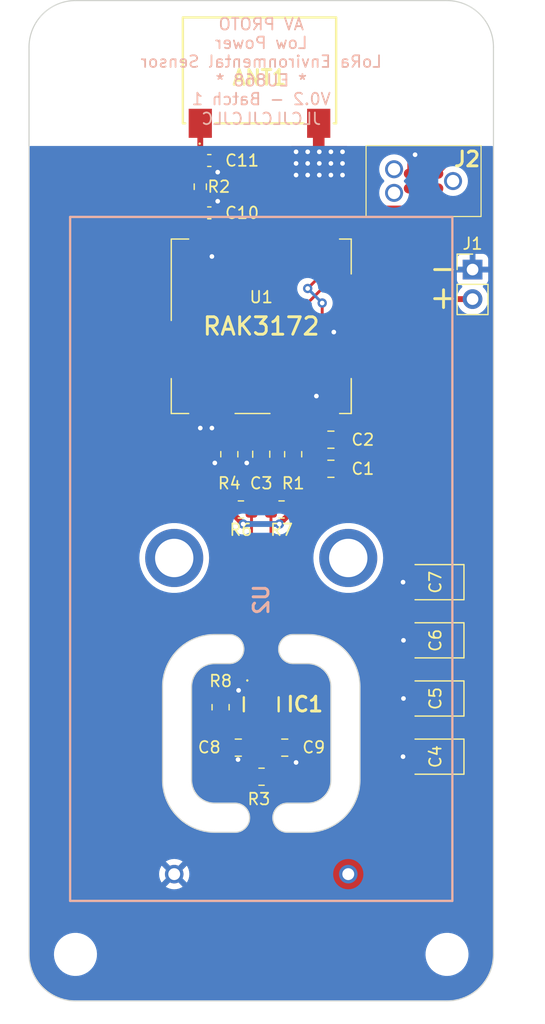
<source format=kicad_pcb>
(kicad_pcb (version 20221018) (generator pcbnew)
  (layers (0 "F.Cu" signal) (31 "B.Cu" signal) (34 "B.Paste" user) (35 "F.Paste" user) (36 "B.SilkS" user "B.Silkscreen") (37 "F.SilkS" user "F.Silkscreen") (38 "B.Mask" user) (39 "F.Mask" user) (44 "Edge.Cuts" user))
  (net 0 "")
  (net 1 "GND")
  (net 2 "RST")
  (net 12 "I2C_SDA")
  (net 13 "I2C_SCL")
  (net 14 "+BATT")
  (net 21 "SWDIO")
  (net 22 "SWCLK")
  (net 23 "RF")
  (net 24 "/BOOT")
  (net 26 "Net-(ANT1-RX{slash}TX)")
  (net 31 "/CSB")
  (net 32 "/SDO")
  (footprint "MountingHole:MountingHole_3.2mm_M3" (layer "F.Cu") (at 126 46)
    (fp_text reference "H2" hide)
    (fp_text value "MountingHole")
    (pad "" np_thru_hole circle (at 0 0) (size 3.2 3.2) (drill 3.2) (layers "*.Cu" "*.Mask"))
  )
  (footprint "Capacitor_Tantalum_SMD:CP_EIA-3528-15_AVX-H" (layer "F.Cu") (at 125 92 180)
    (fp_text reference "C7" (at 0 0 90) (layer "F.SilkS"))
    (fp_text value "330uF")
    (fp_line (start -2.46 -1.51) (end -2.46 1.51) (stroke (width 0.12)) (layer "F.SilkS"))
    (fp_line (start -2.46 1.51) (end 1.75 1.51) (stroke (width 0.12)) (layer "F.SilkS"))
    (fp_line (start 1.75 -1.51) (end -2.46 -1.51) (stroke (width 0.12)) (layer "F.SilkS"))
    (pad "1" smd roundrect (at -1.5375 0 180) (size 1.325 2.35) (layers "F.Cu" "F.Paste" "F.Mask") (roundrect_rratio 0.1886792453) (net 14 "+BATT"))
    (pad "2" smd roundrect (at 1.5375 0 180) (size 1.325 2.35) (layers "F.Cu" "F.Paste" "F.Mask") (roundrect_rratio 0.1886792453) (net 1 "GND"))
  )
  (footprint "Capacitor_Tantalum_SMD:CP_EIA-3528-15_AVX-H" (layer "F.Cu") (at 125 97 180)
    (fp_text reference "C6" (at 0 0 90) (layer "F.SilkS"))
    (fp_text value "330uF")
    (fp_line (start -2.46 -1.51) (end -2.46 1.51) (stroke (width 0.12)) (layer "F.SilkS"))
    (fp_line (start -2.46 1.51) (end 1.75 1.51) (stroke (width 0.12)) (layer "F.SilkS"))
    (fp_line (start 1.75 -1.51) (end -2.46 -1.51) (stroke (width 0.12)) (layer "F.SilkS"))
    (pad "1" smd roundrect (at -1.5375 0 180) (size 1.325 2.35) (layers "F.Cu" "F.Paste" "F.Mask") (roundrect_rratio 0.1886792453) (net 14 "+BATT"))
    (pad "2" smd roundrect (at 1.5375 0 180) (size 1.325 2.35) (layers "F.Cu" "F.Paste" "F.Mask") (roundrect_rratio 0.1886792453) (net 1 "GND"))
  )
  (footprint "Resistor_SMD:R_0805_2012Metric" (layer "F.Cu") (at 107.25 81 -90)
    (fp_text reference "R4" (at 2.5 0) (layer "F.SilkS"))
    (fp_text value "10k")
    (fp_line (start -0.227064 -0.735) (end 0.227064 -0.735) (stroke (width 0.12)) (layer "F.SilkS"))
    (fp_line (start -0.227064 0.735) (end 0.227064 0.735) (stroke (width 0.12)) (layer "F.SilkS"))
    (pad "1" smd roundrect (at -0.9125 0 270) (size 1.025 1.4) (layers "F.Cu" "F.Paste" "F.Mask") (roundrect_rratio 0.243902) (net 24 "/BOOT"))
    (pad "2" smd roundrect (at 0.9125 0 270) (size 1.025 1.4) (layers "F.Cu" "F.Paste" "F.Mask") (roundrect_rratio 0.243902) (net 1 "GND"))
  )
  (footprint "Resistor_SMD:R_0805_2012Metric" (layer "F.Cu") (at 106.5 102.75 90)
    (fp_text reference "R8" (at 2.25 0 180) (layer "F.SilkS"))
    (fp_text value "4k7")
    (fp_line (start -0.227064 -0.735) (end 0.227064 -0.735) (stroke (width 0.12)) (layer "F.SilkS"))
    (fp_line (start -0.227064 0.735) (end 0.227064 0.735) (stroke (width 0.12)) (layer "F.SilkS"))
    (pad "1" smd roundrect (at -0.9125 0 90) (size 1.025 1.4) (layers "F.Cu" "F.Paste" "F.Mask") (roundrect_rratio 0.243902) (net 14 "+BATT"))
    (pad "2" smd roundrect (at 0.9125 0 90) (size 1.025 1.4) (layers "F.Cu" "F.Paste" "F.Mask") (roundrect_rratio 0.243902) (net 31 "/CSB"))
  )
  (footprint "Capacitor_SMD:C_0603_1608Metric" (layer "F.Cu") (at 105.525 60.25)
    (fp_text reference "C10" (at 2.825 0) (layer "F.SilkS"))
    (fp_text value "100nF")
    (fp_line (start -0.14058 -0.51) (end 0.14058 -0.51) (stroke (width 0.12)) (layer "F.SilkS"))
    (fp_line (start -0.14058 0.51) (end 0.14058 0.51) (stroke (width 0.12)) (layer "F.SilkS"))
    (pad "1" smd roundrect (at -0.775 0) (size 0.9 0.95) (layers "F.Cu" "F.Paste" "F.Mask") (net 23 "RF"))
    (pad "2" smd roundrect (at 0.775 0) (size 0.9 0.95) (layers "F.Cu" "F.Paste" "F.Mask") (net 1 "GND"))
  )
  (footprint "SamacSys_Parts:ANT868uSP410" (layer "F.Cu") (at 109.85 48)
    (fp_text reference "ANT1" (at 0 0.625) (layer "F.SilkS") (effects (font (size 1.27 1.27) (thickness 0.254))))
    (fp_text value "ANT-868-uSP410" hide)
    (fp_line (start -6.6 -4.55) (end -6.6 4.55) (stroke (width 0.2)) (layer "F.SilkS"))
    (fp_line (start -6.6 4.55) (end -6.4 4.55) (stroke (width 0.2)) (layer "F.SilkS"))
    (fp_line (start -5.2 6.3) (end -5.2 6.3) (stroke (width 0.1)) (layer "F.SilkS"))
    (fp_line (start -5.1 6.3) (end -5.1 6.3) (stroke (width 0.1)) (layer "F.SilkS"))
    (fp_line (start -3.8 4.55) (end 3.8 4.55) (stroke (width 0.2)) (layer "F.SilkS"))
    (fp_line (start 6.4 4.55) (end 6.6 4.55) (stroke (width 0.2)) (layer "F.SilkS"))
    (fp_line (start 6.6 -4.55) (end -6.6 -4.55) (stroke (width 0.2)) (layer "F.SilkS"))
    (fp_line (start 6.6 4.55) (end 6.6 -4.55) (stroke (width 0.2)) (layer "F.SilkS"))
    (fp_arc (start -5.2 6.3) (mid -5.15 6.25) (end -5.1 6.3) (stroke (width 0.1)) (layer "F.SilkS"))
    (fp_arc (start -5.1 6.3) (mid -5.15 6.35) (end -5.2 6.3) (stroke (width 0.1)) (layer "F.SilkS"))
    (pad "1" smd rect (at -5.1 4.55) (size 2 2.5) (layers "F.Cu" "F.Paste" "F.Mask") (net 26 "Net-(ANT1-RX{slash}TX)"))
    (pad "2" smd rect (at 5.1 4.55) (size 2 2.5) (layers "F.Cu" "F.Paste" "F.Mask") (net 1 "GND"))
  )
  (footprint "Capacitor_SMD:C_0805_2012Metric" (layer "F.Cu") (at 116 79.75 180)
    (fp_text reference "C2" (at -2.75 0 180) (layer "F.SilkS"))
    (fp_text value "100nF")
    (fp_line (start -0.261252 -0.735) (end 0.261252 -0.735) (stroke (width 0.12)) (layer "F.SilkS"))
    (fp_line (start -0.261252 0.735) (end 0.261252 0.735) (stroke (width 0.12)) (layer "F.SilkS"))
    (pad "1" smd roundrect (at -0.95 0 180) (size 1 1.45) (layers "F.Cu" "F.Paste" "F.Mask") (net 14 "+BATT"))
    (pad "2" smd roundrect (at 0.95 0 180) (size 1 1.45) (layers "F.Cu" "F.Paste" "F.Mask") (net 1 "GND"))
  )
  (footprint "Resistor_SMD:R_0805_2012Metric" (layer "F.Cu") (at 112.75 81 90)
    (fp_text reference "R1" (at -2.5 0 180) (layer "F.SilkS"))
    (fp_text value "10k")
    (fp_line (start -0.227064 -0.735) (end 0.227064 -0.735) (stroke (width 0.12)) (layer "F.SilkS"))
    (fp_line (start -0.227064 0.735) (end 0.227064 0.735) (stroke (width 0.12)) (layer "F.SilkS"))
    (pad "1" smd roundrect (at -0.9125 0 90) (size 1.025 1.4) (layers "F.Cu" "F.Paste" "F.Mask") (roundrect_rratio 0.243902) (net 14 "+BATT"))
    (pad "2" smd roundrect (at 0.9125 0 90) (size 1.025 1.4) (layers "F.Cu" "F.Paste" "F.Mask") (roundrect_rratio 0.243902) (net 2 "RST"))
  )
  (footprint "SamacSys_Parts:TC2030IDCNL" (layer "F.Cu") (at 123.98 57.516 180)
    (fp_text reference "J2" (at -3.75 1.885 180) (layer "F.SilkS") (effects (font (size 1.27 1.27) (thickness 0.254))))
    (fp_text value "TC2030-IDC-NL" hide)
    (fp_line (start -4.953 -3.048) (end 4.953 -3.048) (stroke (width 0.1)) (layer "F.SilkS"))
    (fp_line (start -4.953 3.048) (end -4.953 -3.048) (stroke (width 0.1)) (layer "F.SilkS"))
    (fp_line (start 4.953 -3.048) (end 4.953 3.048) (stroke (width 0.1)) (layer "F.SilkS"))
    (fp_line (start 4.953 3.048) (end -4.953 3.048) (stroke (width 0.1)) (layer "F.SilkS"))
    (pad "1" smd circle (at -1.27 0.635 270) (size 0.863 0.863) (layers "F.Cu" "F.Paste" "F.Mask") (net 14 "+BATT"))
    (pad "2" smd circle (at -1.27 -0.635 270) (size 0.863 0.863) (layers "F.Cu" "F.Paste" "F.Mask") (net 21 "SWDIO"))
    (pad "3" smd circle (at 0 0.635 270) (size 0.863 0.863) (layers "F.Cu" "F.Paste" "F.Mask") (net 2 "RST"))
    (pad "4" smd circle (at 0 -0.635 270) (size 0.863 0.863) (layers "F.Cu" "F.Paste" "F.Mask") (net 22 "SWCLK"))
    (pad "5" smd circle (at 1.27 0.635 270) (size 0.863 0.863) (layers "F.Cu" "F.Paste" "F.Mask") (net 1 "GND"))
    (pad "6" smd circle (at 1.27 -0.635 270) (size 0.863 0.863) (layers "F.Cu" "F.Paste" "F.Mask"))
    (pad "7" thru_hole circle (at -2.54 0 180) (size 1.55 1.55) (drill 1.067) (layers "*.Cu" "*.Mask"))
    (pad "8" thru_hole circle (at 2.54 1.016 180) (size 1.55 1.55) (drill 1.067) (layers "*.Cu" "*.Mask"))
    (pad "9" thru_hole circle (at 2.54 -1.016 180) (size 1.55 1.55) (drill 1.067) (layers "*.Cu" "*.Mask"))
  )
  (footprint "Connector_PinHeader_2.54mm:PinHeader_1x02_P2.54mm_Vertical" (layer "F.Cu") (at 128.2 65.125)
    (fp_text reference "J1" (at 0 -2.225) (layer "F.SilkS"))
    (fp_text value "Conn_01x02_Pin")
    (fp_line (start -1.33 -1.33) (end 0 -1.33) (stroke (width 0.12)) (layer "F.SilkS"))
    (fp_line (start -1.33 0) (end -1.33 -1.33) (stroke (width 0.12)) (layer "F.SilkS"))
    (fp_line (start -1.33 1.27) (end -1.33 3.87) (stroke (width 0.12)) (layer "F.SilkS"))
    (fp_line (start -1.33 1.27) (end 1.33 1.27) (stroke (width 0.12)) (layer "F.SilkS"))
    (fp_line (start -1.33 3.87) (end 1.33 3.87) (stroke (width 0.12)) (layer "F.SilkS"))
    (fp_line (start 1.33 1.27) (end 1.33 3.87) (stroke (width 0.12)) (layer "F.SilkS"))
    (pad "1" thru_hole rect (at 0 0) (size 1.7 1.7) (drill 1) (layers "*.Cu" "*.Mask") (net 1 "GND"))
    (pad "2" thru_hole oval (at 0 2.54) (size 1.7 1.7) (drill 1) (layers "*.Cu" "*.Mask") (net 14 "+BATT"))
  )
  (footprint "Resistor_SMD:R_0603_1608Metric" (layer "F.Cu") (at 104.75 58 90)
    (fp_text reference "R2" (at 0 1.6 180) (layer "F.SilkS"))
    (fp_text value "0")
    (fp_line (start -0.237258 -0.5225) (end 0.237258 -0.5225) (stroke (width 0.12)) (layer "F.SilkS"))
    (fp_line (start -0.237258 0.5225) (end 0.237258 0.5225) (stroke (width 0.12)) (layer "F.SilkS"))
    (pad "1" smd roundrect (at -0.825 0 90) (size 0.8 0.95) (layers "F.Cu" "F.Paste" "F.Mask") (net 23 "RF"))
    (pad "2" smd roundrect (at 0.825 0 90) (size 0.8 0.95) (layers "F.Cu" "F.Paste" "F.Mask") (net 26 "Net-(ANT1-RX{slash}TX)"))
  )
  (footprint "Capacitor_SMD:C_0603_1608Metric" (layer "F.Cu") (at 105.525 55.75)
    (fp_text reference "C11" (at 2.825 0) (layer "F.SilkS"))
    (fp_text value "100nF")
    (fp_line (start -0.14058 -0.51) (end 0.14058 -0.51) (stroke (width 0.12)) (layer "F.SilkS"))
    (fp_line (start -0.14058 0.51) (end 0.14058 0.51) (stroke (width 0.12)) (layer "F.SilkS"))
    (pad "1" smd roundrect (at -0.775 0) (size 0.9 0.95) (layers "F.Cu" "F.Paste" "F.Mask") (net 26 "Net-(ANT1-RX{slash}TX)"))
    (pad "2" smd roundrect (at 0.775 0) (size 0.9 0.95) (layers "F.Cu" "F.Paste" "F.Mask") (net 1 "GND"))
  )
  (footprint "MountingHole:MountingHole_3.2mm_M3" (layer "F.Cu") (at 94 46)
    (fp_text reference "H1" hide)
    (fp_text value "MountingHole")
    (pad "" np_thru_hole circle (at 0 0) (size 3.2 3.2) (drill 3.2) (layers "*.Cu" "*.Mask"))
  )
  (footprint "Resistor_SMD:R_0805_2012Metric" (layer "F.Cu") (at 108.25 85.75)
    (fp_text reference "R6" (at 0 1.75) (layer "F.SilkS"))
    (fp_text value "4k7")
    (fp_line (start -0.227064 -0.735) (end 0.227064 -0.735) (stroke (width 0.12)) (layer "F.SilkS"))
    (fp_line (start -0.227064 0.735) (end 0.227064 0.735) (stroke (width 0.12)) (layer "F.SilkS"))
    (pad "1" smd roundrect (at -0.9125 0) (size 1.025 1.4) (layers "F.Cu" "F.Paste" "F.Mask") (roundrect_rratio 0.243902) (net 14 "+BATT"))
    (pad "2" smd roundrect (at 0.9125 0) (size 1.025 1.4) (layers "F.Cu" "F.Paste" "F.Mask") (roundrect_rratio 0.243902) (net 12 "I2C_SDA"))
  )
  (footprint "SamacSys_Parts:BME688" (layer "F.Cu") (at 110 102.5 90)
    (fp_text reference "IC1" (at 0 3.75 180) (layer "F.SilkS") (effects (font (size 1.27 1.27) (thickness 0.254))))
    (fp_text value "BME688" hide)
    (fp_line (start -0.6 -1.5) (end 0.6 -1.5) (stroke (width 0.2)) (layer "F.SilkS"))
    (fp_line (start -0.6 1.5) (end 0.6 1.5) (stroke (width 0.2)) (layer "F.SilkS"))
    (fp_line (start 2 -1.2) (end 2 -1.2) (stroke (width 0.1)) (layer "F.SilkS"))
    (fp_line (start 2.1 -1.2) (end 2.1 -1.2) (stroke (width 0.1)) (layer "F.SilkS"))
    (fp_arc (start 2 -1.2) (mid 2.05 -1.25) (end 2.1 -1.2) (stroke (width 0.1)) (layer "F.SilkS"))
    (fp_arc (start 2.1 -1.2) (mid 2.05 -1.15) (end 2 -1.2) (stroke (width 0.1)) (layer "F.SilkS"))
    (pad "1" smd rect (at 1.2 -1.2 180) (size 0.4 0.4) (layers "F.Cu" "F.Paste" "F.Mask") (net 1 "GND"))
    (pad "2" smd rect (at 1.2 -0.4 180) (size 0.4 0.4) (layers "F.Cu" "F.Paste" "F.Mask") (net 31 "/CSB"))
    (pad "3" smd rect (at 1.2 0.4 180) (size 0.4 0.4) (layers "F.Cu" "F.Paste" "F.Mask") (net 12 "I2C_SDA"))
    (pad "4" smd rect (at 1.2 1.2 180) (size 0.4 0.4) (layers "F.Cu" "F.Paste" "F.Mask") (net 13 "I2C_SCL"))
    (pad "5" smd rect (at -1.2 1.2 180) (size 0.4 0.4) (layers "F.Cu" "F.Paste" "F.Mask") (net 32 "/SDO"))
    (pad "6" smd rect (at -1.2 0.4 180) (size 0.4 0.4) (layers "F.Cu" "F.Paste" "F.Mask") (net 14 "+BATT"))
    (pad "7" smd rect (at -1.2 -0.4 180) (size 0.4 0.4) (layers "F.Cu" "F.Paste" "F.Mask") (net 1 "GND"))
    (pad "8" smd rect (at -1.2 -1.2 180) (size 0.4 0.4) (layers "F.Cu" "F.Paste" "F.Mask") (net 14 "+BATT"))
  )
  (footprint "Resistor_SMD:R_0805_2012Metric" (layer "F.Cu") (at 110.025 108.725)
    (fp_text reference "R3" (at -0.225 1.925) (layer "F.SilkS"))
    (fp_text value "4k7")
    (fp_line (start -0.227064 -0.735) (end 0.227064 -0.735) (stroke (width 0.12)) (layer "F.SilkS"))
    (fp_line (start -0.227064 0.735) (end 0.227064 0.735) (stroke (width 0.12)) (layer "F.SilkS"))
    (pad "1" smd roundrect (at -0.9125 0) (size 1.025 1.4) (layers "F.Cu" "F.Paste" "F.Mask") (roundrect_rratio 0.243902) (net 14 "+BATT"))
    (pad "2" smd roundrect (at 0.9125 0) (size 1.025 1.4) (layers "F.Cu" "F.Paste" "F.Mask") (roundrect_rratio 0.243902) (net 32 "/SDO"))
  )
  (footprint "Capacitor_Tantalum_SMD:CP_EIA-3528-15_AVX-H" (layer "F.Cu") (at 125 107 180)
    (fp_text reference "C4" (at 0 0 90) (layer "F.SilkS"))
    (fp_text value "330uF")
    (fp_line (start -2.46 -1.51) (end -2.46 1.51) (stroke (width 0.12)) (layer "F.SilkS"))
    (fp_line (start -2.46 1.51) (end 1.75 1.51) (stroke (width 0.12)) (layer "F.SilkS"))
    (fp_line (start 1.75 -1.51) (end -2.46 -1.51) (stroke (width 0.12)) (layer "F.SilkS"))
    (pad "1" smd roundrect (at -1.5375 0 180) (size 1.325 2.35) (layers "F.Cu" "F.Paste" "F.Mask") (roundrect_rratio 0.1886792453) (net 14 "+BATT"))
    (pad "2" smd roundrect (at 1.5375 0 180) (size 1.325 2.35) (layers "F.Cu" "F.Paste" "F.Mask") (roundrect_rratio 0.1886792453) (net 1 "GND"))
  )
  (footprint "Resistor_SMD:R_0805_2012Metric" (layer "F.Cu") (at 111.75 85.75 180)
    (fp_text reference "R7" (at 0 -1.75 180) (layer "F.SilkS"))
    (fp_text value "4k7")
    (fp_line (start -0.227064 -0.735) (end 0.227064 -0.735) (stroke (width 0.12)) (layer "F.SilkS"))
    (fp_line (start -0.227064 0.735) (end 0.227064 0.735) (stroke (width 0.12)) (layer "F.SilkS"))
    (pad "1" smd roundrect (at -0.9125 0 180) (size 1.025 1.4) (layers "F.Cu" "F.Paste" "F.Mask") (roundrect_rratio 0.243902) (net 14 "+BATT"))
    (pad "2" smd roundrect (at 0.9125 0 180) (size 1.025 1.4) (layers "F.Cu" "F.Paste" "F.Mask") (roundrect_rratio 0.243902) (net 13 "I2C_SCL"))
  )
  (footprint "Capacitor_SMD:C_0805_2012Metric" (layer "F.Cu") (at 116 82.25 180)
    (fp_text reference "C1" (at -2.75 0 180) (layer "F.SilkS"))
    (fp_text value "10uF")
    (fp_line (start -0.261252 -0.735) (end 0.261252 -0.735) (stroke (width 0.12)) (layer "F.SilkS"))
    (fp_line (start -0.261252 0.735) (end 0.261252 0.735) (stroke (width 0.12)) (layer "F.SilkS"))
    (pad "1" smd roundrect (at -0.95 0 180) (size 1 1.45) (layers "F.Cu" "F.Paste" "F.Mask") (net 14 "+BATT"))
    (pad "2" smd roundrect (at 0.95 0 180) (size 1 1.45) (layers "F.Cu" "F.Paste" "F.Mask") (net 1 "GND"))
  )
  (footprint "MountingHole:MountingHole_3.2mm_M3" (layer "F.Cu") (at 94 124)
    (fp_text reference "H3" hide)
    (fp_text value "MountingHole")
    (pad "" np_thru_hole circle (at 0 0) (size 3.2 3.2) (drill 3.2) (layers "*.Cu" "*.Mask"))
  )
  (footprint "MountingHole:MountingHole_3.2mm_M3" (layer "F.Cu") (at 126 124)
    (fp_text reference "H4" hide)
    (fp_text value "MountingHole")
    (pad "" np_thru_hole circle (at 0 0) (size 3.2 3.2) (drill 3.2) (layers "*.Cu" "*.Mask"))
  )
  (footprint "Capacitor_SMD:C_0805_2012Metric" (layer "F.Cu") (at 112.025 106.225)
    (fp_text reference "C9" (at 2.5 -0.025) (layer "F.SilkS"))
    (fp_text value "100nF")
    (fp_line (start -0.261252 -0.735) (end 0.261252 -0.735) (stroke (width 0.12)) (layer "F.SilkS"))
    (fp_line (start -0.261252 0.735) (end 0.261252 0.735) (stroke (width 0.12)) (layer "F.SilkS"))
    (pad "1" smd roundrect (at -0.95 0) (size 1 1.45) (layers "F.Cu" "F.Paste" "F.Mask") (net 14 "+BATT"))
    (pad "2" smd roundrect (at 0.95 0) (size 1 1.45) (layers "F.Cu" "F.Paste" "F.Mask") (net 1 "GND"))
  )
  (footprint "SamacSys_Parts:RAK3172_MODULE" (layer "F.Cu") (at 110 70)
    (fp_text reference "U1" (at 0 -2.5 unlocked) (layer "F.SilkS"))
    (fp_text value "RAK3172_MODULE")
    (fp_text user "RAK3172" (at 0 0 unlocked) (layer "F.SilkS") (effects (font (size 1.5 1.5) (thickness 0.25) bold)))
    (fp_line (start -7.75 -7.5) (end -7.75 -0.5) (stroke (width 0.12)) (layer "F.SilkS"))
    (fp_line (start -7.75 -7.5) (end -6.25 -7.5) (stroke (width 0.12)) (layer "F.SilkS"))
    (fp_line (start -7.75 7.5) (end -7.75 4.5) (stroke (width 0.12)) (layer "F.SilkS"))
    (fp_line (start -7.75 7.5) (end -6.25 7.5) (stroke (width 0.12)) (layer "F.SilkS"))
    (fp_line (start -2.25 7.5) (end 0.75 7.5) (stroke (width 0.12)) (layer "F.SilkS"))
    (fp_line (start 6.75 -7.5) (end 7.75 -7.5) (stroke (width 0.12)) (layer "F.SilkS"))
    (fp_line (start 7.75 -7.5) (end 6.75 -7.5) (stroke (width 0.12)) (layer "F.SilkS"))
    (fp_line (start 7.75 -7.5) (end 7.75 -4.5) (stroke (width 0.12)) (layer "F.SilkS"))
    (fp_line (start 7.75 4.5) (end 7.75 7.5) (stroke (width 0.12)) (layer "F.SilkS"))
    (fp_line (start 7.75 7.5) (end 6.75 7.5) (stroke (width 0.12)) (layer "F.SilkS"))
    (fp_line (start 7.75 7.5) (end 7.75 4.5) (stroke (width 0.12)) (layer "F.SilkS"))
    (pad "1" smd rect (at 5.75 -7.4) (size 0.7 1.8) (layers "F.Cu" "F.Paste" "F.Mask"))
    (pad "2" smd rect (at 4.75 -7.4) (size 0.7 1.8) (layers "F.Cu" "F.Paste" "F.Mask"))
    (pad "3" smd rect (at 3.75 -7.4) (size 0.7 1.8) (layers "F.Cu" "F.Paste" "F.Mask"))
    (pad "4" smd rect (at 2.75 -7.4) (size 0.7 1.8) (layers "F.Cu" "F.Paste" "F.Mask"))
    (pad "5" smd rect (at 1.75 -7.4) (size 0.7 1.8) (layers "F.Cu" "F.Paste" "F.Mask"))
    (pad "6" smd rect (at 0.75 -7.4) (size 0.7 1.8) (layers "F.Cu" "F.Paste" "F.Mask"))
    (pad "7" smd rect (at -0.25 -7.4) (size 0.7 1.8) (layers "F.Cu" "F.Paste" "F.Mask") (net 21 "SWDIO"))
    (pad "8" smd rect (at -1.25 -7.4) (size 0.7 1.8) (layers "F.Cu" "F.Paste" "F.Mask") (net 22 "SWCLK"))
    (pad "9" smd rect (at -2.25 -7.4) (size 0.7 1.8) (layers "F.Cu" "F.Paste" "F.Mask") (net 13 "I2C_SCL"))
    (pad "10" smd rect (at -3.25 -7.4) (size 0.7 1.8) (layers "F.Cu" "F.Paste" "F.Mask") (net 12 "I2C_SDA"))
    (pad "11" smd rect (at -4.25 -7.4) (size 0.7 1.8) (layers "F.Cu" "F.Paste" "F.Mask") (net 1 "GND"))
    (pad "12" smd rect (at -5.25 -7.4) (size 0.7 1.8) (layers "F.Cu" "F.Paste" "F.Mask") (net 23 "RF"))
    (pad "13" smd rect (at -7.65 0.5 90) (size 0.7 1.8) (layers "F.Cu" "F.Paste" "F.Mask"))
    (pad "14" smd rect (at -7.65 1.5 90) (size 0.7 1.8) (layers "F.Cu" "F.Paste" "F.Mask"))
    (pad "15" smd rect (at -7.65 2.5 90) (size 0.7 1.8) (layers "F.Cu" "F.Paste" "F.Mask"))
    (pad "16" smd rect (at -7.65 3.5 90) (size 0.7 1.8) (layers "F.Cu" "F.Paste" "F.Mask"))
    (pad "17" smd rect (at -5.25 7.4 180) (size 0.7 1.8) (layers "F.Cu" "F.Paste" "F.Mask") (net 1 "GND"))
    (pad "18" smd rect (at -4.25 7.4 180) (size 0.7 1.8) (layers "F.Cu" "F.Paste" "F.Mask") (net 1 "GND"))
    (pad "19" smd rect (at -3.25 7.4 180) (size 0.7 1.8) (layers "F.Cu" "F.Paste" "F.Mask"))
    (pad "20" smd rect (at 1.75 7.4 180) (size 0.7 1.8) (layers "F.Cu" "F.Paste" "F.Mask"))
    (pad "21" smd rect (at 2.75 7.4 180) (size 0.7 1.8) (layers "F.Cu" "F.Paste" "F.Mask") (net 24 "/BOOT"))
    (pad "22" smd rect (at 3.75 7.4 180) (size 0.7 1.8) (layers "F.Cu" "F.Paste" "F.Mask") (net 2 "RST"))
    (pad "23" smd rect (at 4.75 7.4 180) (size 0.7 1.8) (layers "F.Cu" "F.Paste" "F.Mask") (net 1 "GND"))
    (pad "24" smd rect (at 5.75 7.4 180) (size 0.7 1.8) (layers "F.Cu" "F.Paste" "F.Mask") (net 14 "+BATT"))
    (pad "25" smd rect (at 7.65 3.5 270) (size 0.7 1.8) (layers "F.Cu" "F.Paste" "F.Mask"))
    (pad "26" smd rect (at 7.65 2.5 270) (size 0.7 1.8) (layers "F.Cu" "F.Paste" "F.Mask"))
    (pad "27" smd rect (at 7.65 1.5 270) (size 0.7 1.8) (layers "F.Cu" "F.Paste" "F.Mask"))
    (pad "28" smd rect (at 7.65 0.5 270) (size 0.7 1.8) (layers "F.Cu" "F.Paste" "F.Mask") (net 1 "GND"))
    (pad "29" smd rect (at 7.65 -0.5 270) (size 0.7 1.8) (layers "F.Cu" "F.Paste" "F.Mask"))
    (pad "30" smd rect (at 7.65 -1.5 270) (size 0.7 1.8) (layers "F.Cu" "F.Paste" "F.Mask"))
    (pad "31" smd rect (at 7.65 -2.5 270) (size 0.7 1.8) (layers "F.Cu" "F.Paste" "F.Mask"))
    (pad "32" smd rect (at 7.65 -3.5 270) (size 0.7 1.8) (layers "F.Cu" "F.Paste" "F.Mask"))
  )
  (footprint "Capacitor_SMD:C_0805_2012Metric" (layer "F.Cu") (at 110 81 -90)
    (fp_text reference "C3" (at 2.5 0) (layer "F.SilkS"))
    (fp_text value "100nF")
    (fp_line (start -0.261252 -0.735) (end 0.261252 -0.735) (stroke (width 0.12)) (layer "F.SilkS"))
    (fp_line (start -0.261252 0.735) (end 0.261252 0.735) (stroke (width 0.12)) (layer "F.SilkS"))
    (pad "1" smd roundrect (at -0.95 0 270) (size 1 1.45) (layers "F.Cu" "F.Paste" "F.Mask") (net 2 "RST"))
    (pad "2" smd roundrect (at 0.95 0 270) (size 1 1.45) (layers "F.Cu" "F.Paste" "F.Mask") (net 1 "GND"))
  )
  (footprint "Capacitor_SMD:C_0805_2012Metric" (layer "F.Cu") (at 108.025 106.225)
    (fp_text reference "C8" (at -2.5 -0.025) (layer "F.SilkS"))
    (fp_text value "100nF")
    (fp_line (start -0.261252 -0.735) (end 0.261252 -0.735) (stroke (width 0.12)) (layer "F.SilkS"))
    (fp_line (start -0.261252 0.735) (end 0.261252 0.735) (stroke (width 0.12)) (layer "F.SilkS"))
    (pad "1" smd roundrect (at -0.95 0) (size 1 1.45) (layers "F.Cu" "F.Paste" "F.Mask") (net 14 "+BATT"))
    (pad "2" smd roundrect (at 0.95 0) (size 1 1.45) (layers "F.Cu" "F.Paste" "F.Mask") (net 1 "GND"))
  )
  (footprint "Capacitor_Tantalum_SMD:CP_EIA-3528-15_AVX-H" (layer "F.Cu") (at 125 102 180)
    (fp_text reference "C5" (at 0 0 90) (layer "F.SilkS"))
    (fp_text value "330uF")
    (fp_line (start -2.46 -1.51) (end -2.46 1.51) (stroke (width 0.12)) (layer "F.SilkS"))
    (fp_line (start -2.46 1.51) (end 1.75 1.51) (stroke (width 0.12)) (layer "F.SilkS"))
    (fp_line (start 1.75 -1.51) (end -2.46 -1.51) (stroke (width 0.12)) (layer "F.SilkS"))
    (pad "1" smd roundrect (at -1.5375 0 180) (size 1.325 2.35) (layers "F.Cu" "F.Paste" "F.Mask") (roundrect_rratio 0.1886792453) (net 14 "+BATT"))
    (pad "2" smd roundrect (at 1.5375 0 180) (size 1.325 2.35) (layers "F.Cu" "F.Paste" "F.Mask") (roundrect_rratio 0.1886792453) (net 1 "GND"))
  )
  (footprint "SamacSys_Parts:2462" (layer "B.Cu") (at 117.495 117.1 -90)
    (fp_text reference "U2" (at -23.6 7.495 90) (layer "B.SilkS") (effects (font (size 1.27 1.27) (thickness 0.254)) (justify mirror)))
    (fp_text value "2462" hide)
    (fp_line (start -56.5 -8.965) (end -56.5 23.955) (stroke (width 0.2)) (layer "B.SilkS"))
    (fp_line (start -56.5 23.955) (end 2.3 23.955) (stroke (width 0.2)) (layer "B.SilkS"))
    (fp_line (start 2.3 -8.965) (end -56.5 -8.965) (stroke (width 0.2)) (layer "B.SilkS"))
    (fp_line (start 2.3 23.955) (end 2.3 -8.965) (stroke (width 0.2)) (layer "B.SilkS"))
    (pad "1" thru_hole circle locked (at 0 0 270) (size 1.6 1.6) (drill 1.02) (layers "*.Cu" "*.Mask") (net 14 "+BATT"))
    (pad "2" thru_hole circle locked (at 0 14.99 270) (size 1.6 1.6) (drill 1.02) (layers "*.Cu" "*.Mask") (net 1 "GND"))
    (pad "3" thru_hole circle locked (at -27.18 14.99 270) (size 5 5) (drill 3.3) (layers "*.Cu" "*.Mask"))
    (pad "4" thru_hole circle locked (at -27.18 0 270) (size 5 5) (drill 3.3) (layers "*.Cu" "*.Mask"))
  )
  (gr_arc (start 114 96.5) (mid 117.181981 97.818019) (end 118.5 101) (stroke (width 0.1)) (layer "Edge.Cuts"))
  (gr_line (start 112.25 113.5) (end 114 113.5) (stroke (width 0.1)) (layer "Edge.Cuts"))
  (gr_line (start 116 101) (end 116 109) (stroke (width 0.1)) (layer "Edge.Cuts"))
  (gr_line (start 114 111) (end 112.25 111) (stroke (width 0.1)) (layer "Edge.Cuts"))
  (gr_line (start 107.25 99) (end 106 99) (stroke (width 0.1)) (layer "Edge.Cuts"))
  (gr_arc (start 90 46) (mid 91.171573 43.171573) (end 94 42) (stroke (width 0.1)) (layer "Edge.Cuts"))
  (gr_line (start 101.5 109) (end 101.5 101) (stroke (width 0.1)) (layer "Edge.Cuts"))
  (gr_line (start 90 124) (end 90 46) (stroke (width 0.1)) (layer "Edge.Cuts"))
  (gr_line (start 130 46) (end 130 124) (stroke (width 0.1)) (layer "Edge.Cuts"))
  (gr_arc (start 106 111) (mid 104.585786 110.414214) (end 104 109) (stroke (width 0.1)) (layer "Edge.Cuts"))
  (gr_arc (start 94 128) (mid 91.171573 126.828427) (end 90 124) (stroke (width 0.1)) (layer "Edge.Cuts"))
  (gr_arc (start 114 99) (mid 115.414214 99.585786) (end 116 101) (stroke (width 0.1)) (layer "Edge.Cuts"))
  (gr_line (start 118.5 101) (end 118.5 109) (stroke (width 0.1)) (layer "Edge.Cuts"))
  (gr_line (start 94 42) (end 126 42) (stroke (width 0.1)) (layer "Edge.Cuts"))
  (gr_arc (start 112.25 113.5) (mid 111 112.25) (end 112.25 111) (stroke (width 0.1)) (layer "Edge.Cuts"))
  (gr_arc (start 106 113.5) (mid 102.818019 112.181981) (end 101.5 109) (stroke (width 0.1)) (layer "Edge.Cuts"))
  (gr_line (start 106 111) (end 107.75 111) (stroke (width 0.1)) (layer "Edge.Cuts"))
  (gr_line (start 112.75 99) (end 114 99) (stroke (width 0.1)) (layer "Edge.Cuts"))
  (gr_line (start 112.75 96.5) (end 114 96.5) (stroke (width 0.1)) (layer "Edge.Cuts"))
  (gr_arc (start 130 124) (mid 128.828427 126.828427) (end 126 128) (stroke (width 0.1)) (layer "Edge.Cuts"))
  (gr_line (start 126 128) (end 94 128) (stroke (width 0.1)) (layer "Edge.Cuts"))
  (gr_arc (start 118.5 109) (mid 117.181981 112.181981) (end 114 113.5) (stroke (width 0.1)) (layer "Edge.Cuts"))
  (gr_arc (start 107.25 96.5) (mid 108.5 97.75) (end 107.25 99) (stroke (width 0.1)) (layer "Edge.Cuts"))
  (gr_arc (start 112.75 99) (mid 111.5 97.75) (end 112.75 96.5) (stroke (width 0.1)) (layer "Edge.Cuts"))
  (gr_arc (start 116 109) (mid 115.414214 110.414214) (end 114 111) (stroke (width 0.1)) (layer "Edge.Cuts"))
  (gr_arc (start 101.5 101) (mid 102.818019 97.818019) (end 106 96.5) (stroke (width 0.1)) (layer "Edge.Cuts"))
  (gr_line (start 106 96.5) (end 107.25 96.5) (stroke (width 0.1)) (layer "Edge.Cuts"))
  (gr_arc (start 107.75 111) (mid 109 112.25) (end 107.75 113.5) (stroke (width 0.1)) (layer "Edge.Cuts"))
  (gr_line (start 107.75 113.5) (end 106 113.5) (stroke (width 0.1)) (layer "Edge.Cuts"))
  (gr_line (start 104 101) (end 104 109) (stroke (width 0.1)) (layer "Edge.Cuts"))
  (gr_arc (start 104 101) (mid 104.585786 99.585786) (end 106 99) (stroke (width 0.1)) (layer "Edge.Cuts"))
  (gr_arc (start 126 42) (mid 128.828427 43.171573) (end 130 46) (stroke (width 0.1)) (layer "Edge.Cuts"))
  (gr_text "JLCJLCJLCJLC" (at 110 52.75) (layer "B.SilkS") (effects (font (size 1 1)) (justify bottom mirror)))
  (gr_text "AV PROTO\nLow Power\nLoRa Environmental Sensor\n* EU868 *\nV0.2 - Batch 1" (at 110 47.25) (layer "B.SilkS") (effects (font (size 1 1)) (justify mirror)))
  (gr_text "+" (at 125.7 67.475) (layer "F.SilkS") (effects (font (size 2 2) (thickness 0.25))))
  (gr_text "-" (at 125.7 64.975) (layer "F.SilkS") (effects (font (size 2 2) (thickness 0.25))))
  (segment (start 110 81.95) (end 108.95 81.95) (width 1) (layer "F.Cu") (net 1))
  (segment (start 106.3 56.7) (end 106.25 56.75) (width 0.5) (layer "F.Cu") (net 1))
  (segment (start 106.3 59.3) (end 106.25 59.25) (width 0.5) (layer "F.Cu") (net 1))
  (segment (start 115.05 82.25) (end 115.05 79.75) (width 1) (layer "F.Cu") (net 1))
  (segment (start 108.975 105.025) (end 108.975 106.225) (width 0.5) (layer "F.Cu") (net 1))
  (segment (start 123.4625 92) (end 122.2125 92) (width 1) (layer "F.Cu") (net 1))
  (segment (start 105.75 77.4) (end 105.75 78.75) (width 0.5) (layer "F.Cu") (net 1))
  (segment (start 109.6 104.4) (end 108.975 105.025) (width 0.5) (layer "F.Cu") (net 1))
  (segment (start 106.3 60.25) (end 106.3 59.3) (width 0.5) (layer "F.Cu") (net 1))
  (segment (start 117.65 70.5) (end 116.25 70.5) (width 0.5) (layer "F.Cu") (net 1))
  (segment (start 114.75 77.4) (end 114.75 78.5) (width 0.5) (layer "F.Cu") (net 1))
  (segment (start 123.4625 102) (end 122.25 102) (width 1) (layer "F.Cu") (net 1))
  (segment (start 106 81.75) (end 106.1625 81.9125) (width 1) (layer "F.Cu") (net 1))
  (segment (start 122.71 56.881) (end 122.71 55.79) (width 0.25) (layer "F.Cu") (net 1))
  (segment (start 109.6 103.7) (end 109.6 104.4) (width 0.5) (layer "F.Cu") (net 1))
  (segment (start 106.3 55.75) (end 106.3 56.7) (width 0.5) (layer "F.Cu") (net 1))
  (segment (start 108.975 106.275) (end 108 107.25) (width 0.5) (layer "F.Cu") (net 1))
  (segment (start 106.1625 81.9125) (end 107.25 81.9125) (width 1) (layer "F.Cu") (net 1))
  (segment (start 123.4625 97) (end 122.25 97) (width 1) (layer "F.Cu") (net 1))
  (segment (start 108.8 101.3) (end 108.05 101.3) (width 0.5) (layer "F.Cu") (net 1))
  (segment (start 108.95 81.95) (end 108.75 81.75) (width 1) (layer "F.Cu") (net 1))
  (segment (start 112.975 107.475) (end 112.975 106.225) (width 0.5) (layer "F.Cu") (net 1))
  (segment (start 113 107.5) (end 112.975 107.475) (width 0.5) (layer "F.Cu") (net 1))
  (segment (start 114.75 78.5) (end 115.05 78.8) (width 0.5) (layer "F.Cu") (net 1))
  (segment (start 115.05 78.8) (end 115.05 79.75) (width 0.5) (layer "F.Cu") (net 1))
  (segment (start 114.95 52.55) (end 114.95 54.95) (width 1) (layer "F.Cu") (net 1))
  (segment (start 105.75 62.6) (end 105.75 64) (width 0.5) (layer "F.Cu") (net 1))
  (segment (start 122.71 55.79) (end 123.25 55.25) (width 0.25) (layer "F.Cu") (net 1))
  (segment (start 104.75 77.4) (end 104.75 78.75) (width 0.5) (layer "F.Cu") (net 1))
  (segment (start 108.975 106.225) (end 108.975 106.275) (width 0.5) (layer "F.Cu") (net 1))
  (segment (start 123.425 107) (end 122.2125 107) (width 1) (layer "F.Cu") (net 1))
  (segment (start 114.75 76) (end 114.75 77.4) (width 0.5) (layer "F.Cu") (net 1))
  (via (at 115 57) (size 0.8) (drill 0.4) (layers "F.Cu" "B.Cu") (net 1))
  (via (at 106 81.75) (size 0.8) (drill 0.4) (layers "F.Cu" "B.Cu") (net 1))
  (via (at 114 57) (size 0.8) (drill 0.4) (layers "F.Cu" "B.Cu") (net 1))
  (via (at 114 55) (size 0.8) (drill 0.4) (layers "F.Cu" "B.Cu") (net 1))
  (via (at 113 57) (size 0.8) (drill 0.4) (layers "F.Cu" "B.Cu") (net 1))
  (via (at 113 56) (size 0.8) (drill 0.4) (layers "F.Cu" "B.Cu") (net 1))
  (via (at 122.2125 107) (size 0.8) (drill 0.4) (layers "F.Cu" "B.Cu") (net 1))
  (via (at 113 55) (size 0.8) (drill 0.4) (layers "F.Cu" "B.Cu") (net 1))
  (via (at 116.25 70.5) (size 0.8) (drill 0.4) (layers "F.Cu" "B.Cu") (net 1))
  (via (at 106.25 56.75) (size 0.8) (drill 0.4) (layers "F.Cu" "B.Cu") (net 1))
  (via (at 106.25 59.25) (size 0.8) (drill 0.4) (layers "F.Cu" "B.Cu") (net 1))
  (via (at 105.75 78.75) (size 0.8) (drill 0.4) (layers "F.Cu" "B.Cu") (net 1))
  (via (at 114.75 76) (size 0.8) (drill 0.4) (layers "F.Cu" "B.Cu") (net 1))
  (via (at 105.75 64) (size 0.8) (drill 0.4) (layers "F.Cu" "B.Cu") (net 1))
  (via (at 116 57) (size 0.8) (drill 0.4) (layers "F.Cu" "B.Cu") (net 1))
  (via (at 123.25 55.25) (size 0.8) (drill 0.4) (layers "F.Cu" "B.Cu") (net 1))
  (via (at 116 56) (size 0.8) (drill 0.4) (layers "F.Cu" "B.Cu") (net 1))
  (via (at 117 56) (size 0.8) (drill 0.4) (layers "F.Cu" "B.Cu") (net 1))
  (via (at 114 56) (size 0.8) (drill 0.4) (layers "F.Cu" "B.Cu") (net 1))
  (via (at 113 107.5) (size 0.8) (drill 0.4) (layers "F.Cu" "B.Cu") (net 1))
  (via (at 117 57) (size 0.8) (drill 0.4) (layers "F.Cu" "B.Cu") (net 1))
  (via (at 115 55) (size 0.8) (drill 0.4) (layers "F.Cu" "B.Cu") (net 1))
  (via (at 115 56) (size 0.8) (drill 0.4) (layers "F.Cu" "B.Cu") (net 1))
  (via (at 122.2125 92) (size 0.8) (drill 0.4) (layers "F.Cu" "B.Cu") (net 1))
  (via (at 108 107.25) (size 0.8) (drill 0.4) (layers "F.Cu" "B.Cu") (net 1))
  (via (at 104.75 78.75) (size 0.8) (drill 0.4) (layers "F.Cu" "B.Cu") (net 1))
  (via (at 108.05 101.3) (size 0.8) (drill 0.4) (layers "F.Cu" "B.Cu") (net 1))
  (via (at 108.75 81.75) (size 0.8) (drill 0.4) (layers "F.Cu" "B.Cu") (net 1))
  (via (at 116 55) (size 0.8) (drill 0.4) (layers "F.Cu" "B.Cu") (net 1))
  (via (at 122.25 97) (size 0.8) (drill 0.4) (layers "F.Cu" "B.Cu") (net 1))
  (via (at 117 55) (size 0.8) (drill 0.4) (layers "F.Cu" "B.Cu") (net 1))
  (via (at 122.25 102) (size 0.8) (drill 0.4) (layers "F.Cu" "B.Cu") (net 1))
  (segment (start 128.75 60.75) (end 128.75 56.25) (width 0.25) (layer "F.Cu") (net 2))
  (segment (start 123.98 56.02) (end 123.98 56.881) (width 0.25) (layer "F.Cu") (net 2))
  (segment (start 127.75 55.25) (end 124.75 55.25) (width 0.25) (layer "F.Cu") (net 2))
  (segment (start 124.75 55.25) (end 123.98 56.02) (width 0.25) (layer "F.Cu") (net 2))
  (segment (start 113 80.0875) (end 112.75 79.8375) (width 0.5) (layer "F.Cu") (net 2))
  (segment (start 112.75 79.8375) (end 112.75 79.5) (width 0.5) (layer "F.Cu") (net 2))
  (segment (start 120 62) (end 127.5 62) (width 0.25) (layer "F.Cu") (net 2))
  (segment (start 128.75 56.25) (end 127.75 55.25) (width 0.25) (layer "F.Cu") (net 2))
  (segment (start 113.75 77.4) (end 113.75 68.25) (width 0.25) (layer "F.Cu") (net 2))
  (segment (start 110 80.05) (end 112.9625 80.05) (width 0.5) (layer "F.Cu") (net 2))
  (segment (start 127.5 62) (end 128.75 60.75) (width 0.25) (layer "F.Cu") (net 2))
  (segment (start 112.75 79.5) (end 113.75 78.5) (width 0.5) (layer "F.Cu") (net 2))
  (segment (start 113.75 78.5) (end 113.75 77.4) (width 0.5) (layer "F.Cu") (net 2))
  (segment (start 113.75 68.25) (end 120 62) (width 0.25) (layer "F.Cu") (net 2))
  (segment (start 110.4 101.3) (end 110.4 100.1875) (width 0.25) (layer "F.Cu") (net 12))
  (segment (start 109.5 96) (end 109.1625 95.6625) (width 0.25) (layer "F.Cu") (net 12))
  (segment (start 109.1625 95.6625) (end 109.1625 85.75) (width 0.25) (layer "F.Cu") (net 12))
  (segment (start 104.5 84.5) (end 102.25 82.25) (width 0.25) (layer "F.Cu") (net 12))
  (segment (start 102.25 75.75) (end 106.75 71.25) (width 0.25) (layer "F.Cu") (net 12))
  (segment (start 107.9125 84.5) (end 104.5 84.5) (width 0.25) (layer "F.Cu") (net 12))
  (segment (start 109.1625 85.75) (end 107.9125 84.5) (width 0.25) (layer "F.Cu") (net 12))
  (segment (start 110.4 100.1875) (end 109.5 99.2875) (width 0.25) (layer "F.Cu") (net 12))
  (segment (start 102.25 82.25) (end 102.25 75.75) (width 0.25) (layer "F.Cu") (net 12))
  (segment (start 109.5 99.2875) (end 109.5 96) (width 0.25) (layer "F.Cu") (net 12))
  (segment (start 106.75 71.25) (end 106.75 62.6) (width 0.25) (layer "F.Cu") (net 12))
  (segment (start 107.75 62.6) (end 107.75 72) (width 0.25) (layer "F.Cu") (net 13))
  (segment (start 110.8375 84.5875) (end 110.8375 85.75) (width 0.25) (layer "F.Cu") (net 13))
  (segment (start 105.25 83.25) (end 109.5 83.25) (width 0.25) (layer "F.Cu") (net 13))
  (segment (start 111.2 99.45) (end 111.2 101.3) (width 0.25) (layer "F.Cu") (net 13))
  (segment (start 103.5 76.25) (end 103.5 81.5) (width 0.25) (layer "F.Cu") (net 13))
  (segment (start 110.5 98.75) (end 110.5 96) (width 0.25) (layer "F.Cu") (net 13))
  (segment (start 110.5 96) (end 110.8375 95.6625) (width 0.25) (layer "F.Cu") (net 13))
  (segment (start 107.75 72) (end 103.5 76.25) (width 0.25) (layer "F.Cu") (net 13))
  (segment (start 110.8375 95.6625) (end 110.8375 85.75) (width 0.25) (layer "F.Cu") (net 13))
  (segment (start 109.5 83.25) (end 110.8375 84.5875) (width 0.25) (layer "F.Cu") (net 13))
  (segment (start 103.5 81.5) (end 105.25 83.25) (width 0.25) (layer "F.Cu") (net 13))
  (segment (start 111.2 99.45) (end 110.5 98.75) (width 0.25) (layer "F.Cu") (net 13))
  (segment (start 116.95 84.2) (end 117 84.25) (width 0.5) (layer "F.Cu") (net 14))
  (segment (start 117 84.25) (end 114 84.25) (width 1) (layer "F.Cu") (net 14))
  (segment (start 110.4 103.7) (end 110.4 104.15) (width 0.5) (layer "F.Cu") (net 14))
  (segment (start 109.25 102.5) (end 109.9 102.5) (width 0.5) (layer "F.Cu") (net 14))
  (segment (start 110 115.25) (end 111.85 117.1) (width 0.5) (layer "F.Cu") (net 14))
  (segment (start 116.9 77.4) (end 126.635 67.665) (width 0.5) (layer "F.Cu") (net 14))
  (segment (start 116.9 77.4) (end 115.75 77.4) (width 0.5) (layer "F.Cu") (net 14))
  (segment (start 108.8 102.95) (end 109.25 102.5) (width 0.5) (layer "F.Cu") (net 14))
  (segment (start 115.25 68) (end 115.25 72.75) (width 0.25) (layer "F.Cu") (net 14))
  (segment (start 126.131 56) (end 125.25 56.881) (width 0.25) (layer "F.Cu") (net 14))
  (segment (start 128 56.75) (end 127.25 56) (width 0.25) (layer "F.Cu") (net 14))
  (segment (start 127.25 56) (end 126.131 56) (width 0.25) (layer "F.Cu") (net 14))
  (segment (start 106.5875 103.5) (end 106.5 103.4125) (width 0.5) (layer "F.Cu") (net 14))
  (segment (start 117 84.25) (end 122.25 84.25) (width 1) (layer "F.Cu") (net 14))
  (segment (start 114 84.25) (end 114 84.4125) (width 1) (layer "F.Cu") (net 14))
  (segment (start 128 60.25) (end 128 56.75) (width 0.25) (layer "F.Cu") (net 14))
  (segment (start 112.75 83) (end 112.75 81.9125) (width 1) (layer "F.Cu") (net 14))
  (segment (start 108 105.3) (end 107.075 106.225) (width 0.5) (layer "F.Cu") (net 14))
  (segment (start 116.95 79.75) (end 116.95 77.45) (width 0.5) (layer "F.Cu") (net 14))
  (segment (start 127 61.25) (end 128 60.25) (width 0.25) (layer "F.Cu") (net 14))
  (segment (start 114 84.25) (end 112.75 83) (width 1) (layer "F.Cu") (net 14))
  (segment (start 108.8 103.7) (end 108 103.7) (width 0.5) (layer "F.Cu") (net 14))
  (segment (start 109.9 102.5) (end 110.4 103) (width 0.5) (layer "F.Cu") (net 14))
  (segment (start 110.4 104.15) (end 111.075 104.825) (width 0.5) (layer "F.Cu") (net 14))
  (segment (start 111.075 106.425) (end 111.075 106.225) (width 0.5) (layer "F.Cu") (net 14))
  (segment (start 109.1125 109.8625) (end 110 110.75) (width 0.5) (layer "F.Cu") (net 14))
  (segment (start 107.3375 85.8995) (end 107.3375 85.75) (width 0.5) (layer "F.Cu") (net 14))
  (segment (start 112.6625 85.8995) (end 112.6625 85.75) (width 0.5) (layer "F.Cu") (net 14))
  (segment (start 126.635 67.665) (end 128.2 67.665) (width 0.5) (layer "F.Cu") (net 14))
  (segment (start 108.8 103.7) (end 108.8 102.95) (width 0.5) (layer "F.Cu") (net 14))
  (segment (start 114 84.4125) (end 112.6625 85.75) (width 1) (layer "F.Cu") (net 14))
  (segment (start 119.5 61.25) (end 127 61.25) (width 0.25) (layer "F.Cu") (net 14))
  (segment (start 116.95 77.45) (end 116.9 77.4) (width 0.5) (layer "F.Cu") (net 14))
  (segment (start 106.5375 103.7) (end 106.5 103.6625) (width 0.5) (layer "F.Cu") (net 14))
  (segment (start 116.95 82.25) (end 116.95 79.75) (width 1) (layer "F.Cu") (net 14))
  (segment (start 115.25 72.75) (end 115.75 73.25) (width 0.25) (layer "F.Cu") (net 14))
  (segment (start 111.85 117.1) (end 117.495 117.1) (width 0.5) (layer "F.Cu") (net 14))
  (segment (start 109.1125 108.725) (end 109.1125 108.3875) (width 0.5) (layer "F.Cu") (net 14))
  (segment (start 115.75 73.25) (end 115.75 77.4) (width 0.25) (layer "F.Cu") (net 14))
  (segment (start 116.95 82.25) (end 116.95 84.2) (width 1) (layer "F.Cu") (net 14))
  (segment (start 114 66.75) (end 119.5 61.25) (width 0.25) (layer "F.Cu") (net 14))
  (segment (start 111.075 104.825) (end 111.075 106.225) (width 0.5) (layer "F.Cu") (net 14))
  (segment (start 109.1125 109.225) (end 109.1125 109.8625) (width 0.5) (layer "F.Cu") (net 14))
  (segment (start 108 103.7) (end 106.5375 103.7) (width 0.5) (layer "F.Cu") (net 14))
  (segment (start 109.1125 108.3875) (end 111.075 106.425) (width 0.5) (layer "F.Cu") (net 14))
  (segment (start 110 110.75) (end 110 115.25) (width 0.5) (layer "F.Cu") (net 14))
  (segment (start 110.4 103) (end 110.4 103.7) (width 0.5) (layer "F.Cu") (net 14))
  (segment (start 111.562 87) (end 112.6625 85.8995) (width 0.5) (layer "F.Cu") (net 14))
  (segment (start 108 103.7) (end 108 105.3) (width 0.5) (layer "F.Cu") (net 14))
  (segment (start 108.438 87) (end 107.3375 85.8995) (width 0.5) (layer "F.Cu") (net 14))
  (via (at 114 66.75) (size 0.8) (drill 0.4) (layers "F.Cu" "B.Cu") (net 14))
  (via (at 115.25 68) (size 0.8) (drill 0.4) (layers "F.Cu" "B.Cu") (net 14))
  (via (at 111.562 87) (size 0.8) (drill 0.4) (layers "F.Cu" "B.Cu") (net 14))
  (via (at 108.438 87) (size 0.8) (drill 0.4) (layers "F.Cu" "B.Cu") (net 14))
  (segment (start 111.562 87) (end 108.438 87) (width 0.5) (layer "B.Cu") (net 14))
  (segment (start 115.25 68) (end 114 66.75) (width 0.25) (layer "B.Cu") (net 14))
  (segment (start 125.25 58.151) (end 125.25 59) (width 0.25) (layer "F.Cu") (net 21))
  (segment (start 123.75 60.5) (end 110.5 60.5) (width 0.25) (layer "F.Cu") (net 21))
  (segment (start 110.5 60.5) (end 109.75 61.25) (width 0.25) (layer "F.Cu") (net 21))
  (segment (start 109.75 61.25) (end 109.75 62.6) (width 0.25) (layer "F.Cu") (net 21))
  (segment (start 125.25 59) (end 123.75 60.5) (width 0.25) (layer "F.Cu") (net 21))
  (segment (start 108.75 62.6) (end 108.75 61) (width 0.25) (layer "F.Cu") (net 22))
  (segment (start 108.75 61) (end 110 59.75) (width 0.25) (layer "F.Cu") (net 22))
  (segment (start 110 59.75) (end 123.25 59.75) (width 0.25) (layer "F.Cu") (net 22))
  (segment (start 123.98 59.02) (end 123.98 58.151) (width 0.25) (layer "F.Cu") (net 22))
  (segment (start 123.25 59.75) (end 123.98 59.02) (width 0.25) (layer "F.Cu") (net 22))
  (segment (start 104.75 60.25) (end 104.75 58.825) (width 0.5) (layer "F.Cu") (net 23))
  (segment (start 104.75 62.6) (end 104.75 60.25) (width 0.5) (layer "F.Cu") (net 23))
  (segment (start 112.75 76.25) (end 112.25 75.75) (width 0.5) (layer "F.Cu") (net 24))
  (segment (start 112.25 75.75) (end 111 75.75) (width 0.5) (layer "F.Cu") (net 24))
  (segment (start 109.625 77.875) (end 107.4125 80.0875) (width 0.5) (layer "F.Cu") (net 24))
  (segment (start 112.75 77.4) (end 112.75 76.25) (width 0.5) (layer "F.Cu") (net 24))
  (segment (start 109.625 77.125) (end 109.625 77.875) (width 0.5) (layer "F.Cu") (net 24))
  (segment (start 111 75.75) (end 109.625 77.125) (width 0.5) (layer "F.Cu") (net 24))
  (segment (start 107.4125 80.0875) (end 107.25 80.0875) (width 0.5) (layer "F.Cu") (net 24))
  (segment (start 104.75 55.75) (end 104.75 52.55) (width 0.5) (layer "F.Cu") (net 26))
  (segment (start 104.75 57.175) (end 104.75 55.75) (width 0.5) (layer "F.Cu") (net 26))
  (segment (start 109.6 101.3) (end 109.6 100.85) (width 0.25) (layer "F.Cu") (net 31))
  (segment (start 107 100.25) (end 106.5 100.75) (width 0.25) (layer "F.Cu") (net 31))
  (segment (start 106.5 100.75) (end 106.5 101.8375) (width 0.25) (layer "F.Cu") (net 31))
  (segment (start 109 100.25) (end 107 100.25) (width 0.25) (layer "F.Cu") (net 31))
  (segment (start 109.6 100.85) (end 109 100.25) (width 0.25) (layer "F.Cu") (net 31))
  (segment (start 110.9375 108.725) (end 111.775 108.725) (width 0.25) (layer "F.Cu") (net 32))
  (segment (start 112 104.05) (end 112 108.5) (width 0.25) (layer "F.Cu") (net 32))
  (segment (start 111.65 103.7) (end 112 104.05) (width 0.25) (layer "F.Cu") (net 32))
  (segment (start 111.2 103.7) (end 111.65 103.7) (width 0.25) (layer "F.Cu") (net 32))
  (segment (start 111.775 108.725) (end 112 108.5) (width 0.25) (layer "F.Cu") (net 32))
  (zone (net 14) (net_name "+BATT") (layer "F.Cu") (priority 1) (connect_pads yes (clearance 0.5)) (min_thickness 0.25) (fill yes (thermal_gap 0.5) (thermal_bridge_width 0.5))
    (polygon (pts (xy 116 115) (xy 115.5 115.5) (xy 115.5 118.5) (xy 116 119) (xy 121.25 119) (xy 128.75 111.5) (xy 128.75 88.25) (xy 124.25 83.75) (xy 120.25 83.75) (xy 120.25 84.75) (xy 125 89.5) (xy 125 109.5) (xy 119.5 115)))
  )
  (zone (net 1) (net_name "GND") (layer "F.Cu") (priority 2) (connect_pads yes (clearance 0.5)) (min_thickness 0.25) (fill yes (thermal_gap 0.5) (thermal_bridge_width 0.5))
    (polygon (pts (xy 112.5 54.5) (xy 117.5 54.5) (xy 117.5 57.5) (xy 112.5 57.5)))
  )
  (zone (net 1) (net_name "GND") (layer "B.Cu") (connect_pads (clearance 0.5)) (min_thickness 0.25) (fill yes (thermal_gap 0.5) (thermal_bridge_width 0.5))
    (polygon (pts (xy 87.5 54.5) (xy 132.5 54.5) (xy 132.5 130) (xy 87.5 130)))
  )
)
</source>
